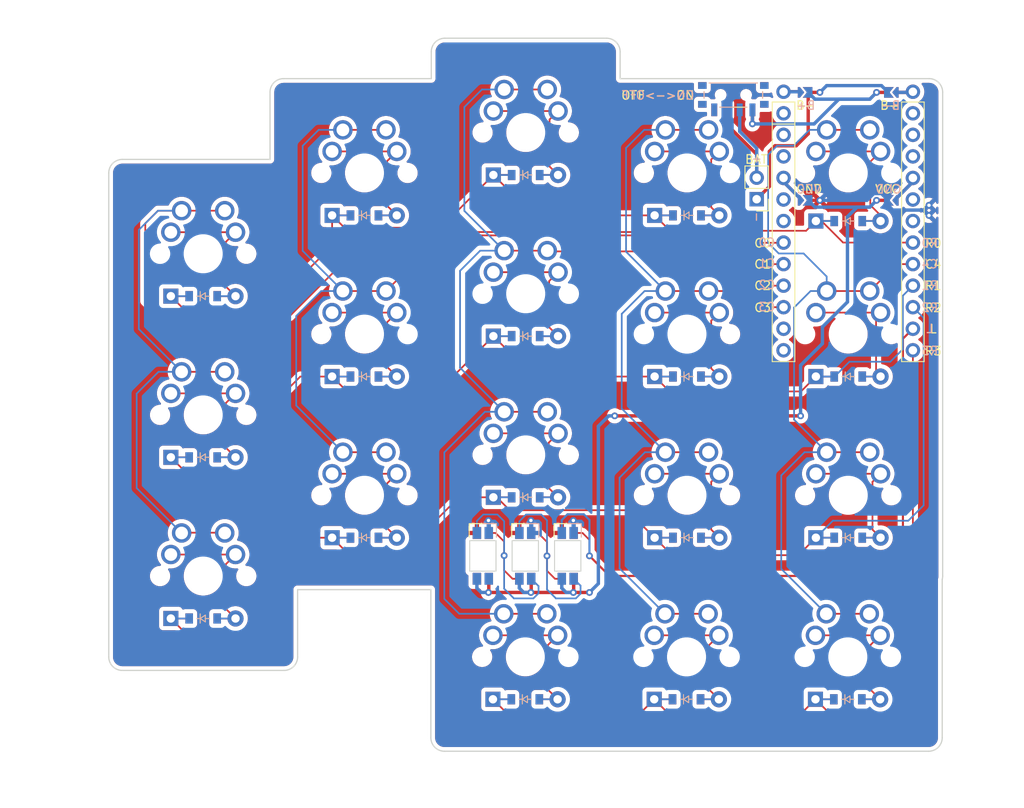
<source format=kicad_pcb>
(kicad_pcb (version 20241229) (generator "pcbnew") (generator_version "9.0")
  (title_block (title "simple_split") (date "2025-08-19") (rev "v1.0.0") (company "Unknown"))
  (layers (0 "F.Cu" signal) (2 "B.Cu" signal) (13 "F.Paste" user) (15 "B.Paste" user) (5 "F.SilkS" user "F.Silkscreen") (7 "B.SilkS" user "B.Silkscreen") (1 "F.Mask" user) (3 "B.Mask" user) (25 "Edge.Cuts" user))
  (net 0 "")
  (net 1 "GND")
  (net 2 "VCC")
  (net 3 "C4")
  (net 4 "C3")
  (net 5 "C2")
  (net 6 "C1")
  (net 7 "C0")
  (net 8 "R0")
  (net 9 "R1")
  (net 10 "R3")
  (net 11 "R2")
  (net 12 "pinky_bottom")
  (net 13 "pinky_home")
  (net 14 "pinky_top")
  (net 15 "ring_bottom")
  (net 16 "ring_home")
  (net 17 "ring_top")
  (net 18 "middle_bottom")
  (net 19 "middle_home")
  (net 20 "middle_top")
  (net 21 "index_bottom")
  (net 22 "index_home")
  (net 23 "index_top")
  (net 24 "inner_bottom")
  (net 25 "inner_home")
  (net 26 "inner_top")
  (net 27 "thumb_1_home")
  (net 28 "thumb_2_home")
  (net 29 "thumb_3_home")
  (net 30 "B+")
  (net 31 "B-")
  (net 32 "POW-")
  (net 33 "POW+")
  (net 34 "G_SEL")
  (net 35 "V_SEL")
  (net 36 "PWR+")
  (net 37 "LED_1_OUT")
  (net 38 "LED_0_OUT")
  (net 39 "LED_0_IN")
  (footprint "ComboDiode" (layer "F.Cu") (at 87.34 52.38)
    (property "Reference" "D9" (hide yes))
    (property "Value" "" (hide yes))
  )
  (footprint "" (layer "F.Cu") (at 114.05 46.35 180)
    (property "Reference" "")
    (property "Value" "")
  )
  (footprint "" (layer "F.Cu") (at 119.725611 80.779)
    (property "Reference" "")
    (property "Value" "")
  )
  (footprint "ComboDiode" (layer "F.Cu") (at 68.34 57.1425)
    (property "Reference" "D6" (hide yes))
    (property "Value" "" (hide yes))
  )
  (footprint "ceoloide:power_switch_smd_side" (layer "F.Cu") (at 111.804 42.961 90)
    (property "Reference" "PWR1" (hide yes))
    (property "Value" "")
  )
  (footprint "" (layer "F.Cu") (at 94.85 97.28625)
    (property "Reference" "")
    (property "Value" "")
  )
  (footprint "ComboDiode" (layer "F.Cu") (at 106.29 114.1925)
    (property "Reference" "D17" (hide yes))
    (property "Value" "" (hide yes))
  )
  (footprint "ComboDiode" (layer "F.Cu") (at 125.34 95.1425)
    (property "Reference" "D13" (hide yes))
    (property "Value" "" (hide yes))
  )
  (footprint "ComboDiode" (layer "F.Cu") (at 125.29 114.1925)
    (property "Reference" "D18" (hide yes))
    (property "Value" "" (hide yes))
  )
  (footprint "ComboDiode" (layer "F.Cu") (at 106.34 57.1425)
    (property "Reference" "D12" (hide yes))
    (property "Value" "" (hide yes))
  )
  (footprint "" (layer "F.Cu") (at 128.68 42.6425 180)
    (property "Reference" "")
    (property "Value" "")
  )
  (footprint "" (layer "F.Cu") (at 130.055 42.6425 180)
    (property "Reference" "")
    (property "Value" "")
  )
  (footprint "ComboDiode" (layer "F.Cu") (at 49.34 85.6675)
    (property "Reference" "D2" (hide yes))
    (property "Value" "" (hide yes))
  )
  (footprint "ceoloide:mcu_supermini_nrf52840" (layer "F.Cu") (at 125.34 57.8075)
    (property "Reference" "MCU1" (hide yes))
    (property "Value" "")
  )
  (footprint "" (layer "F.Cu") (at 134.85 57.15 180)
    (property "Reference" "")
    (property "Value" "")
  )
  (footprint "" (layer "F.Cu") (at 130.78 55.3675 180)
    (property "Reference" "")
    (property "Value" "")
  )
  (footprint "" (layer "F.Cu") (at 122 55.3675)
    (property "Reference" "")
    (property "Value" "")
  )
  (footprint "ComboDiode" (layer "F.Cu") (at 87.29 114.1925)
    (property "Reference" "D16" (hide yes))
    (property "Value" "" (hide yes))
  )
  (footprint "ComboDiode" (layer "F.Cu") (at 87.34 90.38)
    (property "Reference" "D7" (hide yes))
    (property "Value" "" (hide yes))
  )
  (footprint "" (layer "F.Cu") (at 132.96 42.4175)
    (property "Reference" "")
    (property "Value" "")
  )
  (footprint "" (layer "F.Cu") (at 120.625 55.3675)
    (property "Reference" "")
    (property "Value" "")
  )
  (footprint "" (layer "F.Cu") (at 130.78 42.6425 180)
    (property "Reference" "")
    (property "Value" "")
  )
  (footprint "ComboDiode" (layer "F.Cu") (at 68.34 95.1425)
    (property "Reference" "D4" (hide yes))
    (property "Value" "" (hide yes))
  )
  (footprint "ComboDiode" (layer "F.Cu") (at 125.34 76.1425)
    (property "Reference" "D14" (hide yes))
    (property "Value" "" (hide yes))
  )
  (footprint "" (layer "F.Cu") (at 97.825611 80.779)
    (property "Reference" "")
    (property "Value" "")
  )
  (footprint "" (layer "F.Cu") (at 122 42.6425)
    (property "Reference" "")
    (property "Value" "")
  )
  (footprint "" (layer "F.Cu") (at 89.85 97.28625)
    (property "Reference" "")
    (property "Value" "")
  )
  (footprint "" (layer "F.Cu") (at 84.8 97.25)
    (property "Reference" "")
    (property "Value" "")
  )
  (footprint "" (layer "F.Cu") (at 128.68 55.3675 180)
    (property "Reference" "")
    (property "Value" "")
  )
  (footprint "ceoloide:switch_mx" (layer "F.Cu") (at 125.34 52.1425 180)
    (property "Reference" "S15" (hide yes))
    (property "Value" "")
  )
  (footprint "" (layer "F.Cu") (at 120.625 42.6425)
    (property "Reference" "")
    (property "Value" "")
  )
  (footprint "ComboDiode" (layer "F.Cu") (at 49.34 66.6675)
    (property "Reference" "D3" (hide yes))
    (property "Value" "" (hide yes))
  )
  (footprint "ComboDiode" (layer "F.Cu") (at 125.34 57.8075)
    (property "Reference" "D15" (hide yes))
    (property "Value" "" (hide yes))
  )
  (footprint "" (layer "F.Cu") (at 94.85 101.6)
    (property "Reference" "")
    (property "Value" "")
  )
  (footprint "Connector_PinHeader_2.54mm:PinHeader_1x02_P2.54mm_Vertical" (layer "F.Cu") (at 114.554 55.236 180)
    (property "Reference" "BAT")
    (property "Value" "PinHeader_1x02_P2.54mm_Vertical" (hide yes))
  )
  (footprint "ComboDiode" (layer "F.Cu") (at 106.34 95.1425)
    (property "Reference" "D10" (hide yes))
    (property "Value" "" (hide yes))
  )
  (footprint "ComboDiode" (layer "F.Cu") (at 106.34 76.1425)
    (property "Reference" "D11" (hide yes))
    (property "Value" "" (hide yes))
  )
  (footprint "" (layer "F.Cu") (at 134.854 55.95 180)
    (property "Reference" "")
    (property "Value" "")
  )
  (footprint "" (layer "F.Cu") (at 130.055 55.3675 180)
    (property "Reference" "")
    (property "Value" "")
  )
  (footprint "" (layer "F.Cu") (at 117.72 42.5675)
    (property "Reference" "")
    (property "Value" "")
  )
  (footprint "ComboDiode" (layer "F.Cu") (at 49.34 104.6675)
    (property "Reference" "D1" (hide yes))
    (property "Value" "" (hide yes))
  )
  (footprint "ComboDiode" (layer "F.Cu") (at 87.34 71.38)
    (property "Reference" "D8" (hide yes))
    (property "Value" "" (hide yes))
  )
  (footprint "" (layer "F.Cu") (at 119.9 55.3675)
    (property "Reference" "")
    (property "Value" "")
  )
  (footprint "" (layer "F.Cu") (at 119.9 42.6425)
    (property "Reference" "")
    (property "Value" "")
  )
  (footprint "ComboDiode" (layer "F.Cu") (at 68.34 76.1425)
    (property "Reference" "D5" (hide yes))
    (property "Value" "" (hide yes))
  )
  (footprint "ceoloide:switch_mx" (layer "B.Cu") (at 68.34 90.1425)
    (property "Reference" "S4" (hide yes))
    (property "Value" "")
  )
  (footprint "" (layer "B.Cu") (at 130.78 55.3675)
    (property "Reference" "")
    (property "Value" "")
  )
  (footprint "" (layer "B.Cu") (at 130.055 55.3675)
    (property "Reference" "")
    (property "Value" "")
  )
  (footprint "ceoloide:switch_mx" (layer "B.Cu") (at 106.29 109.1925)
    (property "Reference" "S17" (hide yes))
    (property "Value" "")
  )
  (footprint "ceoloide:led_SK6812mini-e (per-key, reversible)" (layer "B.Cu") (at 82.29 97.28625 -90)
    (property "Reference" "LED1" (hide yes))
    (property "Value" "")
    (fp_rect (start -1.8 -1.55) (end 1.8 1.55) (stroke (width 0.12)) (fill no) (layer "Edge.Cuts"))
  )
  (footprint "ceoloide:switch_mx" (layer "B.Cu") (at 87.34 47.38)
    (property "Reference" "S9" (hide yes))
    (property "Value" "")
  )
  (footprint "ceoloide:switch_mx" (layer "B.Cu") (at 49.34 80.6675)
    (property "Reference" "S2" (hide yes))
    (property "Value" "")
  )
  (footprint "ceoloide:switch_mx" (layer "B.Cu") (at 49.34 61.6675)
    (property "Reference" "S3" (hide yes))
    (property "Value" "")
  )
  (footprint "ceoloide:switch_mx" (layer "B.Cu") (at 106.34 90.1425)
    (property "Reference" "S10" (hide yes))
    (property "Value" "")
  )
  (footprint "" (layer "B.Cu") (at 120.625 42.6425 180)
    (property "Reference" "")
    (property "Value" "")
  )
  (footprint "ceoloide:switch_mx" (layer "B.Cu") (at 106.34 71.1425)
    (property "Reference" "S11" (hide yes))
    (property "Value" "")
  )
  (footprint "ceoloide:switch_mx" (layer "B.Cu") (at 125.29 109.1925)
    (property "Reference" "S18" (hide yes))
    (property "Value" "")
  )
  (footprint "ceoloide:led_SK6812mini-e (per-key, reversible)" (layer "B.Cu") (at 87.29 97.28625 -90)
    (property "Reference" "LED1" (hide yes))
    (property "Value" "")
    (fp_rect (start -1.8 -1.55) (end 1.8 1.55) (stroke (width 0.12)) (fill no) (layer "Edge.Cuts"))
  )
  (footprint "ceoloide:switch_mx" (layer "B.Cu") (at 87.34 66.38)
    (property "Reference" "S8" (hide yes))
    (property "Value" "")
  )
  (footprint "ceoloide:switch_mx" (layer "B.Cu") (at 68.34 52.1425)
    (property "Reference" "S6" (hide yes))
    (property "Value" "")
  )
  (footprint "" (layer "B.Cu") (at 120.625 55.3675 180)
    (property "Reference" "")
    (property "Value" "")
  )
  (footprint "ceoloide:led_SK6812mini-e (per-key, reversible)" (layer "B.Cu") (at 92.29 97.28625 -90)
    (property "Reference" "LED1" (hide yes))
    (property "Value" "")
    (fp_rect (start -1.8 -1.55) (end 1.8 1.55) (stroke (width 0.12)) (fill no) (layer "Edge.Cuts"))
  )
  (footprint "ceoloide:switch_mx" (layer "B.Cu") (at 49.34 99.6675)
    (property "Reference" "S1" (hide yes))
    (property "Value" "")
  )
  (footprint "" (layer "B.Cu") (at 119.9 55.3675 180)
    (property "Reference" "")
    (property "Value" "")
  )
  (footprint "ceoloide:switch_mx" (layer "B.Cu") (at 106.34 52.1425)
    (property "Reference" "S12" (hide yes))
    (property "Value" "")
  )
  (footprint "ceoloide:switch_mx" (layer "B.Cu") (at 87.34 85.38)
    (property "Reference" "S7" (hide yes))
    (property "Value" "")
  )
  (footprint "ceoloide:switch_mx" (layer "B.Cu") (at 87.29 109.1925)
    (property "Reference" "S16" (hide yes))
    (property "Value" "")
  )
  (footprint "" (layer "B.Cu") (at 130.78 42.6425)
    (property "Reference" "")
    (property "Value" "")
  )
  (footprint "" (layer "B.Cu") (at 130.055 42.6425)
    (property "Reference" "")
    (property "Value" "")
  )
  (footprint "ceoloide:switch_mx" (layer "B.Cu") (at 125.34 71.1425)
    (property "Reference" "S14" (hide yes))
    (property "Value" "")
  )
  (footprint "ceoloide:switch_mx" (layer "B.Cu") (at 68.34 71.1425)
    (property "Reference" "S5" (hide yes))
    (property "Value" "")
  )
  (footprint "" (layer "B.Cu") (at 119.9 42.6425 180)
    (property "Reference" "")
    (property "Value" "")
  )
  (footprint "ceoloide:switch_mx" (layer "B.Cu") (at 125.34 90.1425)
    (property "Reference" "S13" (hide yes))
    (property "Value" "")
  )
  (gr_line (start 77.765 120.3175) (end 134.815 120.3175) (stroke (width 0.15)) (layer "Edge.Cuts"))
  (gr_arc (start 38.215 52.1425) (mid 38.683629 51.011129) (end 39.815 50.5425) (stroke (width 0.15)) (layer "Edge.Cuts"))
  (gr_line (start 98.465 41.0175) (end 98.465 37.855) (stroke (width 0.15)) (layer "Edge.Cuts"))
  (gr_line (start 136.465 99.6675) (end 136.465 42.6175) (stroke (width 0.15)) (layer "Edge.Cuts"))
  (gr_arc (start 57.215 42.6175) (mid 57.683629 41.486129) (end 58.815 41.0175) (stroke (width 0.15)) (layer "Edge.Cuts"))
  (gr_line (start 98.465 41.0175) (end 134.865 41.0175) (stroke (width 0.15)) (layer "Edge.Cuts"))
  (gr_arc (start 136.415 118.7175) (mid 135.946371 119.848871) (end 134.815 120.3175) (stroke (width 0.15)) (layer "Edge.Cuts"))
  (gr_line (start 76.215 41.0175) (end 58.815 41.0175) (stroke (width 0.15)) (layer "Edge.Cuts"))
  (gr_arc (start 60.465 109.1925) (mid 59.996371 110.323871) (end 58.865 110.7925) (stroke (width 0.15)) (layer "Edge.Cuts"))
  (gr_line (start 39.815 110.7925) (end 58.865 110.7925) (stroke (width 0.15)) (layer "Edge.Cuts"))
  (gr_arc (start 76.215 37.855) (mid 76.683629 36.723629) (end 77.815 36.255) (stroke (width 0.15)) (layer "Edge.Cuts"))
  (gr_arc (start 39.815 110.7925) (mid 38.683629 110.323871) (end 38.215 109.1925) (stroke (width 0.15)) (layer "Edge.Cuts"))
  (gr_arc (start 136.465 99.6675) (mid 136.452451 99.8675) (end 136.415 100.064363) (stroke (width 0.15)) (layer "Edge.Cuts"))
  (gr_line (start 76.215 37.855) (end 76.215 41.0175) (stroke (width 0.15)) (layer "Edge.Cuts"))
  (gr_line (start 76.165 101.2675) (end 76.165 118.7175) (stroke (width 0.15)) (layer "Edge.Cuts"))
  (gr_line (start 60.465 109.1925) (end 60.465 101.2675) (stroke (width 0.15)) (layer "Edge.Cuts"))
  (gr_line (start 136.415 118.7175) (end 136.415 100.064363) (stroke (width 0.15)) (layer "Edge.Cuts"))
  (gr_arc (start 77.765 120.3175) (mid 76.633629 119.848871) (end 76.165 118.7175) (stroke (width 0.15)) (layer "Edge.Cuts"))
  (gr_arc (start 134.865 41.0175) (mid 135.996371 41.486129) (end 136.465 42.6175) (stroke (width 0.15)) (layer "Edge.Cuts"))
  (gr_line (start 60.465 101.2675) (end 76.165 101.2675) (stroke (width 0.15)) (layer "Edge.Cuts"))
  (gr_line (start 38.215 109.1925) (end 38.215 52.1425) (stroke (width 0.15)) (layer "Edge.Cuts"))
  (gr_line (start 96.865 36.255) (end 77.815 36.255) (stroke (width 0.15)) (layer "Edge.Cuts"))
  (gr_line (start 57.215 42.6175) (end 57.215 50.5425) (stroke (width 0.15)) (layer "Edge.Cuts"))
  (gr_arc (start 96.865 36.255) (mid 97.996371 36.723629) (end 98.465 37.855) (stroke (width 0.15)) (layer "Edge.Cuts"))
  (gr_line (start 57.215 50.5425) (end 39.815 50.5425) (stroke (width 0.15)) (layer "Edge.Cuts"))
  (gr_text "VCC" (at 129.95 54.05 -0) (layer "F.SilkS") (effects (font (size 1 1))))
  (gr_text "B+" (at 130.225611 44.179 0) (layer "F.SilkS") (effects (font (size 1 1))))
  (gr_text "C1" (at 115.254 62.905 0) (layer "F.SilkS") (effects (font (size 1 1))))
  (gr_text "B-" (at 120.325611 44.179 0) (layer "F.SilkS") (effects (font (size 1 1))))
  (gr_text "GND" (at 120.75 54.05 -0) (layer "F.SilkS") (effects (font (size 1 1))))
  (gr_text "R1" (at 134.954 65.4085 0) (layer "B.SilkS") (effects (font (size 1 1)) (justify mirror)))
  (gr_text "-" (at 114.454 57.336 90) (layer "B.SilkS") (effects (font (size 1 1)) (justify mirror)))
  (gr_text "C4" (at 134.954 62.886 0) (layer "B.SilkS") (effects (font (size 1 1)) (justify mirror)))
  (gr_text "C2" (at 115.754 65.336 0) (layer "B.SilkS") (effects (font (size 1 1)) (justify mirror)))
  (gr_text "R2" (at 134.954 68.0085 0) (layer "B.SilkS") (effects (font (size 1 1)) (justify mirror)))
  (gr_text "R3" (at 134.954 73.1085 0) (layer "B.SilkS") (effects (font (size 1 1)) (justify mirror)))
  (gr_text "GND" (at 130.1 54.05 -0) (layer "B.SilkS") (effects (font (size 1 1)) (justify mirror)))
  (gr_text "+" (at 114.554 50.436 -0) (layer "B.SilkS") (effects (font (size 1 1) (thickness 0.125)) (justify mirror)))
  (gr_text "C1" (at 115.754 62.8135 0) (layer "B.SilkS") (effects (font (size 1 1)) (justify mirror)))
  (gr_text "VCC" (at 120.7 54.05 -0) (layer "B.SilkS") (effects (font (size 1 1)) (justify mirror)))
  (gr_text "B+" (at 120.325611 44.179 0) (layer "B.SilkS") (effects (font (size 1 1)) (justify mirror)))
  (gr_text "C0" (at 115.754 60.336 0) (layer "B.SilkS") (effects (font (size 1 1)) (justify mirror)))
  (gr_text "L" (at 134.954 70.5085 0) (layer "B.SilkS") (effects (font (size 1 1)) (justify mirror)))
  (gr_text "R0" (at 134.954 60.4085 0) (layer "B.SilkS") (effects (font (size 1 1)) (justify mirror)))
  (gr_text "B-" (at 130.325611 44.179 0) (layer "B.SilkS") (effects (font (size 1 1)) (justify mirror)))
  (gr_text "C3" (at 115.754 67.936 0) (layer "B.SilkS") (effects (font (size 1 1)) (justify mirror)))
  (segment (start 82.1675 93.10875) (end 81.59 93.68625) (width 0.2) (layer "F.Cu") (net 1))
  (segment (start 87.952958 93.10875) (end 87.1675 93.10875) (width 0.2) (layer "F.Cu") (net 1))
  (segment (start 92.1675 93.10875) (end 91.59 93.68625) (width 0.2) (layer "F.Cu") (net 1))
  (segment (start 120.625 55.3675) (end 122 55.3675) (width 0.4) (layer "F.Cu") (net 1))
  (segment (start 81.59 93.68625) (end 81.59 94.58625) (width 0.2) (layer "F.Cu") (net 1))
  (segment (start 87.1675 93.10875) (end 86.59 93.68625) (width 0.2) (layer "F.Cu") (net 1))
  (segment (start 86.59 93.68625) (end 86.59 94.58625) (width 0.2) (layer "F.Cu") (net 1))
  (segment (start 91.59 93.68625) (end 91.59 94.58625) (width 0.2) (layer "F.Cu") (net 1))
  (segment (start 82.952958 93.10875) (end 82.1675 93.10875) (width 0.2) (layer "F.Cu") (net 1))
  (segment (start 92.952958 93.10875) (end 92.1675 93.10875) (width 0.2) (layer "F.Cu") (net 1))
  (via (at 87.952958 93.10875) (size 0.8) (drill 0.4) (layers "F.Cu" "B.Cu") (net 1))
  (via (at 92.952958 93.10875) (size 0.8) (drill 0.4) (layers "F.Cu" "B.Cu") (net 1))
  (via (at 82.952958 93.10875) (size 0.8) (drill 0.4) (layers "F.Cu" "B.Cu") (net 1))
  (segment (start 130.055 55.3675) (end 130.055 55.9975) (width 0.4) (layer "B.Cu") (net 1))
  (segment (start 127.547214 55.3675) (end 128.348214 54.5665) (width 0.4) (layer "B.Cu") (net 1))
  (segment (start 122 55.3675) (end 127.547214 55.3675) (width 0.4) (layer "B.Cu") (net 1))
  (segment (start 129.7125 55.3675) (end 130.055 55.3675) (width 0.25) (layer "B.Cu") (net 1))
  (segment (start 130.576 56.5185) (end 134.2855 56.5185) (width 0.4) (layer "B.Cu") (net 1))
  (segment (start 129.254 54.5665) (end 130.055 55.3675) (width 0.4) (layer "B.Cu") (net 1))
  (segment (start 92.952958 93.10875) (end 92.952958 94.549208) (width 0.4) (layer "B.Cu") (net 1))
  (segment (start 128.348214 54.5665) (end 129.254 54.5665) (width 0.4) (layer "B.Cu") (net 1))
  (segment (start 87.99 93.145792) (end 87.952958 93.10875) (width 0.4) (layer "B.Cu") (net 1))
  (segment (start 130.055 55.9975) (end 130.576 56.5185) (width 0.4) (layer "B.Cu") (net 1))
  (segment (start 134.2855 56.5855) (end 134.2855 56.5185) (width 0.4) (layer "B.Cu") (net 1))
  (segment (start 87.99 94.58625) (end 87.99 93.145792) (width 0.4) (layer "B.Cu") (net 1))
  (segment (start 92.952958 94.549208) (end 92.99 94.58625) (width 0.4) (layer "B.Cu") (net 1))
  (segment (start 134.85 57.15) (end 134.2855 56.5855) (width 0.4) (layer "B.Cu") (net 1))
  (segment (start 134.2855 56.5185) (end 134.854 55.95) (width 0.4) (layer "B.Cu") (net 1))
  (segment (start 87.952958 94.549208) (end 87.99 94.58625) (width 0.2) (layer "B.Cu") (net 1))
  (segment (start 82.952958 94.549208) (end 82.99 94.58625) (width 0.4) (layer "B.Cu") (net 1))
  (segment (start 82.952958 93.10875) (end 82.952958 94.549208) (width 0.4) (layer "B.Cu") (net 1))
  (segment (start 92.95 100.02625) (end 92.99 99.98625) (width 0.2) (layer "F.Cu") (net 2))
  (segment (start 82.95 101.6) (end 87.95 101.6) (width 0.4) (layer "F.Cu") (net 2))
  (segment (start 92.99 99.98625) (end 92.99 101.56) (width 0.4) (layer "F.Cu") (net 2))
  (segment (start 87.99 99.98625) (end 87.99 101.56) (width 0.4) (layer "F.Cu") (net 2))
  (segment (start 82.95 100.02625) (end 82.99 99.98625) (width 0.2) (layer "F.Cu") (net 2))
  (segment (start 82.99 99.98625) (end 82.99 101.56) (width 0.4) (layer "F.Cu") (net 2))
  (segment (start 128.68 55.3675) (end 130.055 55.3675) (width 0.4) (layer "F.Cu") (net 2))
  (segment (start 82.99 101.56) (end 82.95 101.6) (width 0.4) (layer "F.Cu") (net 2))
  (segment (start 92.99 101.56) (end 92.95 101.6) (width 0.4) (layer "F.Cu") (net 2))
  (segment (start 87.95 100.02625) (end 87.99 99.98625) (width 0.2) (layer "F.Cu") (net 2))
  (segment (start 87.95 101.6) (end 92.95 101.6) (width 0.4) (layer "F.Cu") (net 2))
  (segment (start 97.825611 80.779) (end 119.725611 80.779) (width 0.4) (layer "F.Cu") (net 2))
  (segment (start 87.99 101.56) (end 87.95 101.6) (width 0.4) (layer "F.Cu") (net 2))
  (segment (start 92.95 101.6) (end 94.85 101.6) (width 0.4) (layer "F.Cu") (net 2))
  (via (at 87.95 101.6) (size 0.8) (drill 0.4) (layers "F.Cu" "B.Cu") (net 2))
  (via (at 92.95 101.6) (size 0.8) (drill 0.4) (layers "F.Cu" "B.Cu") (net 2))
  (via (at 82.95 101.6) (size 0.8) (drill 0.4) (layers "F.Cu" "B.Cu") (net 2))
  (segment (start 82.10375 101.6) (end 82.95 101.6) (width 0.4) (layer "B.Cu") (net 2))
  (segment (start 91.59 99.98625) (end 91.59 101.08625) (width 0.4) (layer "B.Cu") (net 2))
  (segment (start 122.3 70.3) (end 125.25 67.35) (width 0.4) (layer "B.Cu") (net 2))
  (segment (start 125.25 67.35) (end 125.25 57.3) (width 0.4) (layer "B.Cu") (net 2))
  (segment (start 92.10375 101.6) (end 92.95 101.6) (width 0.4) (layer "B.Cu") (net 2))
  (segment (start 121.426 56.1685) (end 127.879 56.1685) (width 0.4) (layer "B.Cu") (net 2))
  (segment (start 127.879 56.1685) (end 128.68 55.3675) (width 0.4) (layer "B.Cu") (net 2))
  (segment (start 87.10375 101.6) (end 87.95 101.6) (width 0.4) (layer "B.Cu") (net 2))
  (segment (start 95.9 100.55) (end 95.9 82) (width 0.4) (layer "B.Cu") (net 2))
  (segment (start 125.25 57.3) (end 126.3815 56.1685) (width 0.4) (layer "B.Cu") (net 2))
  (segment (start 120.625 55.3675) (end 121.426 56.1685) (width 0.4) (layer "B.Cu") (net 2))
  (segment (start 122.3 72.25) (end 122.3 70.3) (width 0.4) (layer "B.Cu") (net 2))
  (segment (start 94.85 101.6) (end 95.9 100.55) (width 0.4) (layer "B.Cu") (net 2))
  (segment (start 126.3815 56.1685) (end 127.879 56.1685) (width 0.4) (layer "B.Cu") (net 2))
  (segment (start 81.59 101.08625) (end 82.10375 101.6) (width 0.4) (layer "B.Cu") (net 2))
  (segment (start 119.725611 80.779) (end 119.725611 74.824389) (width 0.4) (layer "B.Cu") (net 2))
  (segment (start 119.725611 74.824389) (end 122.3 72.25) (width 0.4) (layer "B.Cu") (net 2))
  (segment (start 97.121 80.779) (end 97.825611 80.779) (width 0.4) (layer "B.Cu") (net 2))
  (segment (start 86.59 99.98625) (end 86.59 101.08625) (width 0.4) (layer "B.Cu") (net 2))
  (segment (start 95.9 82) (end 97.121 80.779) (width 0.4) (layer "B.Cu") (net 2))
  (segment (start 86.59 101.08625) (end 87.10375 101.6) (width 0.4) (layer "B.Cu") (net 2))
  (segment (start 91.59 101.08625) (end 92.10375 101.6) (width 0.4) (layer "B.Cu") (net 2))
  (segment (start 81.59 99.98625) (end 81.59 101.08625) (width 0.4) (layer "B.Cu") (net 2))
  (segment (start 127.88 66.0625) (end 131.055 62.8875) (width 0.2) (layer "F.Cu") (net 3))
  (segment (start 122.75 104.1125) (end 127.83 104.1125) (width 0.2) (layer "F.Cu") (net 3))
  (segment (start 131.055 62.8875) (end 132.96 62.8875) (width 0.2) (layer "F.Cu") (net 3))
  (segment (start 122.8 85.0625) (end 127.88 85.0625) (width 0.2) (layer "F.Cu") (net 3))
  (segment (start 122.8 66.0625) (end 127.88 66.0625) (width 0.2) (layer "F.Cu") (net 3))
  (segment (start 122.8 47.0625) (end 127.88 47.0625) (width 0.2) (layer "F.Cu") (net 3))
  (segment (start 118.959 68.0085) (end 120.905 66.0625) (width 0.2) (layer "B.Cu") (net 3))
  (segment (start 115.904 49.986) (end 116.954 48.936) (width 0.2) (layer "B.Cu") (net 3))
  (segment (start 115.904 60.386) (end 115.904 49.986) (width 0.2) (layer "B.Cu") (net 3))
  (segment (start 116.954 48.936) (end 118.904 48.936) (width 0.2) (layer "B.Cu") (net 3))
  (segment (start 122.8 64.353389) (end 120.082611 61.636) (width 0.2) (layer "B.Cu") (net 3))
  (segment (start 120.193 85.0625) (end 122.8 85.0625) (width 0.2) (layer "B.Cu") (net 3))
  (segment (start 120.082611 61.636) (end 117.154 61.636) (width 0.2) (layer "B.Cu") (net 3))
  (segment (start 120.7775 47.0625) (end 122.8 47.0625) (width 0.2) (layer "B.Cu") (net 3))
  (segment (start 118.904 48.936) (end 120.7775 47.0625) (width 0.2) (layer "B.Cu") (net 3))
  (segment (start 120.905 66.0625) (end 122.8 66.0625) (width 0.2) (layer "B.Cu") (net 3))
  (segment (start 117.154 61.636) (end 115.904 60.386) (width 0.2) (layer "B.Cu") (net 3))
  (segment (start 117.45 87.8055) (end 120.193 85.0625) (width 0.2) (layer "B.Cu") (net 3))
  (segment (start 122.8 85.0625) (end 118.959 81.2215) (width 0.2) (layer "B.Cu") (net 3))
  (segment (start 122.234 46.4965) (end 122.8 47.0625) (width 0.2) (layer "B.Cu") (net 3))
  (segment (start 117.45 98.8125) (end 117.45 87.8055) (width 0.2) (layer "B.Cu") (net 3))
  (segment (start 122.8 66.0625) (end 122.8 64.353389) (width 0.2) (layer "B.Cu") (net 3))
  (segment (start 122.75 104.1125) (end 117.45 98.8125) (width 0.2) (layer "B.Cu") (net 3))
  (segment (start 118.959 81.2215) (end 118.959 68.0085) (width 0.2) (layer "B.Cu") (net 3))
  (segment (start 103.8 66.0625) (end 108.88 66.0625) (width 0.2) (layer "F.Cu") (net 4))
  (segment (start 103.8 85.0625) (end 108.88 85.0625) (width 0.2) (layer "F.Cu") (net 4))
  (segment (start 103.75 104.1125) (end 108.83 104.1125) (width 0.2) (layer "F.Cu") (net 4))
  (segment (start 113.487 66.0625) (end 115.392 67.9675) (width 0.2) (layer "F.Cu") (net 4))
  (segment (start 115.392 67.9675) (end 117.72 67.9675) (width 0.2) (layer "F.Cu") (net 4))
  (segment (start 108.88 66.0625) (end 113.487 66.0625) (width 0.2) (layer "F.Cu") (net 4))
  (segment (start 103.8 47.0625) (end 108.88 47.0625) (width 0.2) (layer "F.Cu") (net 4))
  (segment (start 103.75 104.1125) (end 98.4 98.7625) (width 0.2) (layer "B.Cu") (net 4))
  (segment (start 98.654 68.7555) (end 101.347 66.0625) (width 0.2) (layer "B.Cu") (net 4))
  (segment (start 99.162 61.4245) (end 99.162 49.1975) (width 0.2) (layer "B.Cu") (net 4))
  (segment (start 98.4 88.0595) (end 101.397 85.0625) (width 0.2) (layer "B.Cu") (net 4))
  (segment (start 103.8 66.0625) (end 99.162 61.4245) (width 0.2) (layer "B.Cu") (net 4))
  (segment (start 101.347 66.0625) (end 103.8 66.0625) (width 0.2) (layer "B.Cu") (net 4))
  (segment (start 101.297 47.0625) (end 103.8 47.0625) (width 0.2) (layer "B.Cu") (net 4))
  (segment (start 99.162 49.1975) (end 101.297 47.0625) (width 0.2) (layer "B.Cu") (net 4))
  (segment (start 98.654 79.9165) (end 98.654 68.7555) (width 0.2) (layer "B.Cu") (net 4))
  (segment (start 101.397 85.0625) (end 103.8 85.0625) (width 0.2) (layer "B.Cu") (net 4))
  (segment (start 103.8 85.0625) (end 98.654 79.9165) (width 0.2) (layer "B.Cu") (net 4))
  (segment (start 98.4 98.7625) (end 98.4 88.0595) (width 0.2) (layer "B.Cu") (net 4))
  (segment (start 84.8 61.3) (end 89.88 61.3) (width 0.2) (layer "F.Cu") (net 5))
  (segment (start 111.354 61.3895) (end 89.9695 61.3895) (width 0.2) (layer "F.Cu") (net 5))
  (segment (start 84.75 104.1125) (end 89.83 104.1125) (width 0.2) (layer "F.Cu") (net 5))
  (segment (start 89.9695 61.3895) (end 89.88 61.3) (width 0.2) (layer "F.Cu") (net 5))
  (segment (start 111.354 61.3895) (end 115.392 65.4275) (width 0.2) (layer "F.Cu") (net 5))
  (segment (start 117.72 65.4275) (end 115.392 65.4275) (width 0.2) (layer "F.Cu") (net 5))
  (segment (start 84.8 42.3) (end 89.88 42.3) (width 0.2) (layer "F.Cu") (net 5))
  (segment (start 84.8 80.3) (end 89.88 80.3) (width 0.2) (layer "F.Cu") (net 5))
  (segment (start 84.75 104.1125) (end 79.5125 104.1125) (width 0.2) (layer "B.Cu") (net 5))
  (segment (start 82.535631 80.3) (end 84.8 80.3) (width 0.2) (layer "B.Cu") (net 5))
  (segment (start 80.112 56.612) (end 80.112 44.3715) (width 0.2) (layer "B.Cu") (net 5))
  (segment (start 81.9795 61.3) (end 84.8 61.3) (width 0.2) (layer "B.Cu") (net 5))
  (segment (start 80.112 44.3715) (end 82.1835 42.3) (width 0.2) (layer "B.Cu") (net 5))
  (segment (start 79.604 63.6755) (end 81.9795 61.3) (width 0.2) (layer "B.Cu") (net 5))
  (segment (start 79.5125 104.1125) (end 77.75 102.35) (width 0.2) (layer "B.Cu") (net 5))
  (segment (start 82.1835 42.3) (end 84.8 42.3) (width 0.2) (layer "B.Cu") (net 5))
  (segment (start 84.8 80.3) (end 79.604 75.104) (width 0.2) (layer "B.Cu") (net 5))
  (segment (start 79.604 75.104) (end 79.604 63.6755) (width 0.2) (layer "B.Cu") (net 5))
  (segment (start 77.75 102.35) (end 77.75 85.085631) (width 0.2) (layer "B.Cu") (net 5))
  (segment (start 84.8 61.3) (end 80.112 56.612) (width 0.2) (layer "B.Cu") (net 5))
  (segment (start 77.75 85.085631) (end 82.535631 80.3) (width 0.2) (layer "B.Cu") (net 5))
  (segment (start 65.8 47.0625) (end 70.88 47.0625) (width 0.2) (layer "F.Cu") (net 6))
  (segment (start 77.438 59.5045) (end 70.88 66.0625) (width 0.2) (layer "F.Cu") (net 6))
  (segment (start 117.72 62.8875) (end 115.138 62.8875) (width 0.2) (layer "F.Cu") (net 6))
  (segment (start 65.8 66.0625) (end 70.88 66.0625) (width 0.2) (layer "F.Cu") (net 6))
  (segment (start 104.9449 60.8815) (end 103.5679 59.5045) (width 0.2) (layer "F.Cu") (net 6))
  (segment (start 115.138 62.8875) (end 113.132 60.8815) (width 0.2) (layer "F.Cu") (net 6))
  (segment (start 65.8 85.0625) (end 70.88 85.0625) (width 0.2) (layer "F.Cu") (net 6))
  (segment (start 113.132 60.8815) (end 104.9449 60.8815) (width 0.2) (layer "F.Cu") (net 6))
  (segment (start 103.5679 59.5045) (end 77.438 59.5045) (width 0.2) (layer "F.Cu") (net 6))
  (segment (start 60.3 79.5625) (end 60.3 69.0095) (width 0.2) (layer "B.Cu") (net 6))
  (segment (start 65.8 66.0625) (end 61.062 61.3245) (width 0.2) (layer "B.Cu") (net 6))
  (segment (start 62.943 47.0625) (end 65.8 47.0625) (width 0.2) (layer "B.Cu") (net 6))
  (segment (start 61.062 48.9435) (end 62.943 47.0625) (width 0.2) (layer "B.Cu") (net 6))
  (segment (start 63.247 66.0625) (end 65.8 66.0625) (width 0.2) (layer "B.Cu") (net 6))
  (segment (start 61.062 61.3245) (end 61.062 48.9435) (width 0.2) (layer "B.Cu") (net 6))
  (segment (start 65.8 85.0625) (end 60.3 79.5625) (width 0.2) (layer "B.Cu") (net 6))
  (segment (start 60.3 69.0095) (end 63.247 66.0625) (width 0.2) (layer "B.Cu") (net 6))
  (segment (start 44.02 56.5875) (end 46.8 56.5875) (width 0.2) (layer "F.Cu") (net 7))
  (segment (start 117.72 60.3475) (end 117.694 60.3735) (width 0.2) (layer "F.Cu") (net 7))
  (segment (start 46.8375 94.55) (end 51.8425 94.55) (width 0.2) (layer "F.Cu") (net 7))
  (segment (start 42.52 67.2315) (end 42.52 58.0875) (width 0.2) (layer "F.Cu") (net 7))
  (segment (start 44.298 69.0095) (end 42.52 67.2315) (width 0.2) (layer "F.Cu") (net 7))
  (segment (start 69.444 59.1035) (end 59.538 69.0095) (width 0.2) (layer "F.Cu") (net 7))
  (segment (start 105.004 60.3735) (end 103.734 59.1035) (width 0.2) (layer "F.Cu") (net 7))
  (segment (start 46.8 75.5875) (end 51.88 75.5875) (width 0.2) (layer "F.Cu") (net 7))
  (segment (start 103.734 59.1035) (end 69.444 59.1035) (width 0.2) (layer "F.Cu") (net 7))
  (segment (start 46.8 56.5875) (end 51.88 56.5875) (width 0.2) (layer "F.Cu") (net 7))
  (segment (start 46.8 94.5875) (end 46.8375 94.55) (width 0.2) (layer "F.Cu") (net 7))
  (segment (start 42.52 58.0875) (end 44.02 56.5875) (width 0.2) (layer "F.Cu") (net 7))
  (segment (start 117.694 60.3735) (end 105.004 60.3735) (width 0.2) (layer "F.Cu") (net 7))
  (segment (start 51.8425 94.55) (end 51.88 94.5875) (width 0.2) (layer "F.Cu") (net 7))
  (segment (start 59.538 69.0095) (end 44.298 69.0095) (width 0.2) (layer "F.Cu") (net 7))
  (segment (start 41.504 89.2915) (end 41.504 78.1535) (width 0.2) (layer "B.Cu") (net 7))
  (segment (start 41.758 70.5455) (end 41.758 58.8495) (width 0.2) (layer "B.Cu") (net 7))
  (segment (start 44.02 56.5875) (end 46.8 56.5875) (width 0.2) (layer "B.Cu") (net 7))
  (segment (start 41.758 58.8495) (end 44.02 56.5875) (width 0.2) (layer "B.Cu") (net 7))
  (segment (start 41.504 78.1535) (end 44.07 75.5875) (width 0.2) (layer "B.Cu") (net 7))
  (segment (start 44.07 75.5875) (end 46.8 75.5875) (width 0.2) (layer "B.Cu") (net 7))
  (segment (start 46.8 94.5875) (end 41.504 89.2915) (width 0.2) (layer "B.Cu") (net 7))
  (segment (start 46.8 75.5875) (end 41.758 70.5455) (width 0.2) (layer "B.Cu") (net 7))
  (segment (start 47.11 68.2475) (end 56.997999 68.2475) (width 0.2) (layer "F.Cu") (net 8))
  (segment (start 65.983 58.5955) (end 77.318 58.5955) (width 0.2) (layer "F.Cu") (net 8))
  (segment (start 83.53 52.38) (end 85.69 52.38) (width 0.2) (layer "F.Cu") (net 8))
  (segment (start 56.997999 68.2475) (end 64.53 60.715499) (width 0.2) (layer "F.Cu") (net 8))
  (segment (start 88.2925 57.1425) (end 102.53 57.1425) (width 0.2) (layer "F.Cu") (net 8))
  (segment (start 120.379 58.9585) (end 121.379881 57.957619) (width 0.2) (layer "F.Cu") (net 8))
  (segment (start 45.53 66.6675) (end 47.11 68.2475) (width 0.2) (layer "F.Cu") (net 8))
  (segment (start 121.53 57.8075) (end 122.195 57.8075) (width 0.2) (layer "F.Cu") (net 8))
  (segment (start 83.53 52.3835) (end 83.53 52.38) (width 0.2) (layer "F.Cu") (net 8))
  (segment (start 64.53 57.1425) (end 65.983 58.5955) (width 0.2) (layer "F.Cu") (net 8))
  (segment (start 124.735 60.3475) (end 132.96 60.3475) (width 0.2) (layer "F.Cu") (net 8))
  (segment (start 45.53 66.6675) (end 47.69 66.6675) (width 0.2) (layer "F.Cu") (net 8))
  (segment (start 121.53 57.8075) (end 123.69 57.8075) (width 0.2) (layer "F.Cu") (net 8))
  (segment (start 104.346 58.9585) (end 120.379 58.9585) (width 0.2) (layer "F.Cu") (net 8))
  (segment (start 102.53 57.1425) (end 104.69 57.1425) (width 0.2) (layer "F.Cu") (net 8))
  (segment (start 64.53 60.715499) (end 64.53 57.1425) (width 0.2) (layer "F.Cu") (net 8))
  (segment (start 83.53 52.38) (end 88.2925 57.1425) (width 0.2) (layer "F.Cu") (net 8))
  (segment (start 102.53 57.1425) (end 104.346 58.9585) (width 0.2) (layer "F.Cu") (net 8))
  (segment (start 64.53 57.1425) (end 66.69 57.1425) (width 0.2) (layer "F.Cu") (net 8))
  (segment (start 122.195 57.8075) (end 124.735 60.3475) (width 0.2) (layer "F.Cu") (net 8))
  (segment (start 77.318 58.5955) (end 83.53 52.3835) (width 0.2) (layer "F.Cu") (net 8))
  (segment (start 64.53 57.1425) (end 66.69 57.1425) (width 0.2) (layer "B.Cu") (net 8))
  (segment (start 45.53 66.6675) (end 47.69 66.6675) (width 0.2) (layer "B.Cu") (net 8))
  (segment (start 121.53 57.8075) (end 123.69 57.8075) (width 0.2) (layer "B.Cu") (net 8))
  (segment (start 83.53 52.38) (end 85.69 52.38) (width 0.2) (layer "B.Cu") (net 8))
  (segment (start 102.53 57.1425) (end 104.69 57.1425) (width 0.2) (layer "B.Cu") (net 8))
  (segment (start 58.268 78.6615) (end 60.787 76.1425) (width 0.2) (layer "F.Cu") (net 9))
  (segment (start 104.287 77.8995) (end 119.773 77.8995) (width 0.2) (layer "F.Cu") (net 9))
  (segment (start 66.287 77.8995) (end 77.0105 77.8995) (width 0.2) (layer "F.Cu") (net 9))
  (segment (start 88.2925 76.1425) (end 102.53 76.1425) (width 0.2) (layer "F.Cu") (net 9))
  (segment (start 64.53 76.1425) (end 66.69 76.1425) (width 0.2) (layer "F.Cu") (net 9))
  (segment (start 102.53 76.1425) (end 104.69 76.1425) (width 0.2) (layer "F.Cu") (net 9))
  (segment (start 55.982 87.2975) (end 58.268 85.0115) (width 0.2) (layer "F.Cu") (net 9))
  (segment (start 45.53 85.6675) (end 47.69 85.6675) (width 0.2) (layer "F.Cu") (net 9))
  (segment (start 60.787 76.1425) (end 64.53 76.1425) (width 0.2) (layer "F.Cu") (net 9))
  (segment (start 45.53 85.6675) (end 47.16 87.2975) (width 0.2) (layer "F.Cu") (net 9))
  (segment (start 83.53 71.38) (end 85.69 71.38) (width 0.2) (layer "F.Cu") (net 9))
  (segment (start 58.268 85.0115) (end 58.268 78.6615) (width 0.2) (layer "F.Cu") (net 9))
  (segment (start 77.0105 77.8995) (end 83.53 71.38) (width 0.2) (layer "F.Cu") (net 9))
  (segment (start 119.773 77.8995) (end 121.53 76.1425) (width 0.2) (layer "F.Cu") (net 9))
  (segment (start 102.53 76.1425) (end 104.287 77.8995) (width 0.2) (layer "F.Cu") (net 9))
  (segment (start 121.53 76.1425) (end 123.69 76.1425) (width 0.2) (layer "F.Cu") (net 9))
  (segment (start 83.53 71.38) (end 88.2925 76.1425) (width 0.2) (layer "F.Cu") (net 9))
  (segment (start 47.16 87.2975) (end 55.982 87.2975) (width 0.2) (layer "F.Cu") (net 9))
  (segment (start 64.53 76.1425) (end 66.287 77.8995) (width 0.2) (layer "F.Cu") (net 9))
  (segment (start 45.53 85.6675) (end 47.69 85.6675) (width 0.2) (layer "B.Cu") (net 9))
  (segment (start 130.3024 74.3943) (end 131.7756 72.9211) (width 0.2) (layer "B.Cu") (net 9))
  (segment (start 64.53 76.1425) (end 66.69 76.1425) (width 0.2) (layer "B.Cu") (net 9))
  (segment (start 123.735527 76.1425) (end 125.483727 74.3943) (width 0.2) (layer "B.Cu") (net 9))
  (segment (start 125.483727 74.3943) (end 130.3024 74.3943) (width 0.2) (layer "B.Cu") (net 9))
  (segment (start 102.53 76.1425) (end 104.69 76.1425) (width 0.2) (layer "B.Cu") (net 9))
  (segment (start 131.7756 66.6119) (end 132.96 65.4275) (width 0.2) (layer "B.Cu") (net 9))
  (segment (start 121.53 76.1425) (end 123.69 76.1425) (width 0.2) (layer "B.Cu") (net 9))
  (segment (start 121.53 76.1425) (end 123.735527 76.1425) (width 0.2) (layer "B.Cu") (net 9))
  (segment (start 83.53 71.38) (end 85.69 71.38) (width 0.2) (layer "B.Cu") (net 9))
  (segment (start 131.7756 72.9211) (end 131.7756 66.6119) (width 0.2) (layer "B.Cu") (net 9))
  (segment (start 132.96 113.70839) (end 132.96 73.0475) (width 0.2) (layer "F.Cu") (net 10))
  (segment (start 102.48 114.1925) (end 104.64 114.1925) (width 0.2) (layer "F.Cu") (net 10))
  (segment (start 130.92289 115.7455) (end 132.96 113.70839) (width 0.2) (layer "F.Cu") (net 10))
  (segment (start 121.48 114.1925) (end 123.64 114.1925) (width 0.2) (layer "F.Cu") (net 10))
  (segment (start 100.927 115.7455) (end 102.48 114.1925) (width 0.2) (layer "F.Cu") (net 10))
  (segment (start 102.48 114.1925) (end 104.033 115.7455) (width 0.2) (layer "F.Cu") (net 10))
  (segment (start 121.48 114.1925) (end 123.033 115.7455) (width 0.2) (layer "F.Cu") (net 10))
  (segment (start 83.48 114.1925) (end 85.64 114.1925) (width 0.2) (layer "F.Cu") (net 10))
  (segment (start 123.033 115.7455) (end 130.92289 115.7455) (width 0.2) (layer "F.Cu") (net 10))
  (segment (start 85.033 115.7455) (end 100.927 115.7455) (width 0.2) (layer "F.Cu") (net 10))
  (segment (start 83.48 114.1925) (end 85.033 115.7455) (width 0.2) (layer "F.Cu") (net 10))
  (segment (start 119.927 115.7455) (end 121.48 114.1925) (width 0.2) (layer "F.Cu") (net 10))
  (segment (start 104.033 115.7455) (end 119.927 115.7455) (width 0.2) (layer "F.Cu") (net 10))
  (segment (start 83.48 114.1925) (end 85.64 114.1925) (width 0.2) (layer "B.Cu") (net 10))
  (segment (start 121.48 114.1925) (end 123.64 114.1925) (width 0.2) (layer "B.Cu") (net 10))
  (segment (start 102.48 114.1925) (end 104.64 114.1925) (width 0.2) (layer "B.Cu") (net 10))
  (segment (start 102.53 95.1425) (end 104.591 97.2035) (width 0.2) (layer "F.Cu") (net 11))
  (segment (start 83.53 90.38) (end 83.931625 90.38) (width 0.2) (layer "F.Cu") (net 11))
  (segment (start 79.47 90.38) (end 83.53 90.38) (width 0.2) (layer "F.Cu") (net 11))
  (segment (start 45.53 104.6675) (end 47.69 104.6675) (width 0.2) (layer "F.Cu") (net 11))
  (segment (start 66.337 96.9495) (end 72.9005 96.9495) (width 0.2) (layer "F.Cu") (net 11))
  (segment (start 83.931625 90.38) (end 85.451625 91.9) (width 0.2) (layer "F.Cu") (net 11))
  (segment (start 47.21 106.3475) (end 55.982 106.3475) (width 0.2) (layer "F.Cu") (net 11))
  (segment (start 64.53 95.1425) (end 66.337 96.9495) (width 0.2) (layer "F.Cu") (net 11))
  (segment (start 58.268 97.4575) (end 60.583 95.1425) (width 0.2) (layer "F.Cu") (net 11))
  (segment (start 104.591 97.2035) (end 119.469 97.2035) (width 0.2) (layer "F.Cu") (net 11))
  (segment (start 85.451625 91.9) (end 99.2875 91.9) (width 0.2) (layer "F.Cu") (net 11))
  (segment (start 119.469 97.2035) (end 121.53 95.1425) (width 0.2) (layer "F.Cu") (net 11))
  (segment (start 58.268 104.0615) (end 58.268 97.4575) (width 0.2) (layer "F.Cu") (net 11))
  (segment (start 121.53 95.1425) (end 123.69 95.1425) (width 0.2) (layer "F.Cu") (net 11))
  (segment (start 102.53 95.1425) (end 104.69 95.1425) (width 0.2) (layer "F.Cu") (net 11))
  (segment (start 64.53 95.1425) (end 66.69 95.1425) (width 0.2) (layer "F.Cu") (net 11))
  (segment (start 45.53 104.6675) (end 47.21 106.3475) (width 0.2) (layer "F.Cu") (net 11))
  (segment (start 83.53 90.38) (end 85.69 90.38) (width 0.2) (layer "F.Cu") (net 11))
  (segment (start 72.9005 96.9495) (end 79.47 90.38) (width 0.2) (layer "F.Cu") (net 11))
  (segment (start 99.2875 91.9) (end 102.53 95.1425) (width 0.2) (layer "F.Cu") (net 11))
  (segment (start 60.583 95.1425) (end 64.53 95.1425) (width 0.2) (layer "F.Cu") (net 11))
  (segment (start 55.982 106.3475) (end 58.268 104.0615) (width 0.2) (layer "F.Cu") (net 11))
  (segment (start 121.53 95.1425) (end 123.69 95.1425) (width 0.2) (layer "B.Cu") (net 11))
  (segment (start 123.533 93.1395) (end 132.411 93.1395) (width 0.2) (layer "B.Cu") (net 11))
  (segment (start 134.225611 91.324889) (end 134.225611 69.233111) (width 0.2) (layer "B.Cu") (net 11))
  (segment (start 45.53 104.6675) (end 47.69 104.6675) (width 0.2) (layer "B.Cu") (net 11))
  (segment (start 132.411 93.1395) (end 134.225611 91.324889) (width 0.2) (layer "B.Cu") (net 11))
  (segment (start 64.53 95.1425) (end 66.69 95.1425) (width 0.2) (layer "B.Cu") (net 11))
  (segment (start 134.225611 69.233111) (end 132.96 67.9675) (width 0.2) (layer "B.Cu") (net 11))
  (segment (start 102.53 95.1425) (end 104.69 95.1425) (width 0.2) (layer "B.Cu") (net 11))
  (segment (start 121.53 95.1425) (end 123.533 93.1395) (width 0.2) (layer "B.Cu") (net 11))
  (segment (start 83.53 90.38) (end 85.69 90.38) (width 0.2) (layer "B.Cu") (net 11))
  (segment (start 45.53 97.1275) (end 53.15 97.1275) (width 0.2) (layer "F.Cu") (net 12))
  (segment (start 53.15 97.1275) (end 52.007 98.2705) (width 0.2) (layer "F.Cu") (net 12))
  (segment (start 50.99 104.6675) (end 53.15 104.6675) (width 0.2) (layer "F.Cu") (net 12))
  (segment (start 52.007 98.2705) (end 52.007 103.5245) (width 0.2) (layer "F.Cu") (net 12))
  (segment (start 52.007 103.5245) (end 53.15 104.6675) (width 0.2) (layer "F.Cu") (net 12))
  (segment (start 50.99 104.6675) (end 53.15 104.6675) (width 0.2) (layer "B.Cu") (net 12))
  (segment (start 45.53 78.1275) (end 53.15 78.1275) (width 0.2) (layer "F.Cu") (net 13))
  (segment (start 53.15 78.1275) (end 52.007 79.2705) (width 0.2) (layer "F.Cu") (net 13))
  (segment (start 50.99 85.6675) (end 53.15 85.6675) (width 0.2) (layer "F.Cu") (net 13))
  (segment (start 52.007 79.2705) (end 52.007 84.5245) (width 0.2) (layer "F.Cu") (net 13))
  (segment (start 52.007 84.5245) (end 53.15 85.6675) (width 0.2) (layer "F.Cu") (net 13))
  (segment (start 50.99 85.6675) (end 53.15 85.6675) (width 0.2) (layer "B.Cu") (net 13))
  (segment (start 45.53 59.1275) (end 53.15 59.1275) (width 0.2) (layer "F.Cu") (net 14))
  (segment (start 52.007 65.5245) (end 53.15 66.6675) (width 0.2) (layer "F.Cu") (net 14))
  (segment (start 53.15 59.1275) (end 52.007 60.2705) (width 0.2) (layer "F.Cu") (net 14))
  (segment (start 50.99 66.6675) (end 53.15 66.6675) (width 0.2) (layer "F.Cu") (net 14))
  (segment (start 52.007 60.2705) (end 52.007 65.5245) (width 0.2) (layer "F.Cu") (net 14))
  (segment (start 50.99 66.6675) (end 53.15 66.6675) (width 0.2) (layer "B.Cu") (net 14))
  (segment (start 64.53 87.6025) (end 72.15 87.6025) (width 0.2) (layer "F.Cu") (net 15))
  (segment (start 71.007 93.9995) (end 72.15 95.1425) (width 0.2) (layer "F.Cu") (net 15))
  (segment (start 72.15 87.6025) (end 71.007 88.7455) (width 0.2) (layer "F.Cu") (net 15))
  (segment (start 69.99 95.1425) (end 72.15 95.1425) (width 0.2) (layer "F.Cu") (net 15))
  (segment (start 71.007 88.7455) (end 71.007 93.9995) (width 0.2) (layer "F.Cu") (net 15))
  (segment (start 69.99 95.1425) (end 72.15 95.1425) (width 0.2) (layer "B.Cu") (net 15))
  (segment (start 71.007 74.9995) (end 72.15 76.1425) (width 0.2) (layer "F.Cu") (net 16))
  (segment (start 69.99 76.1425) (end 72.15 76.1425) (width 0.2) (layer "F.Cu") (net 16))
  (segment (start 71.007 69.7455) (end 71.007 74.9995) (width 0.2) (layer "F.Cu") (net 16))
  (segment (start 72.15 68.6025) (end 71.007 69.7455) (width 0.2) (layer "F.Cu") (net 16))
  (segment (start 72.15 68.6025) (end 64.53 68.6025) (width 0.2) (layer "F.Cu") (net 16))
  (segment (start 69.99 76.1425) (end 72.15 76.1425) (width 0.2) (layer "B.Cu") (net 16))
  (segment (start 69.99 57.1425) (end 72.15 57.1425) (width 0.2) (layer "F.Cu") (net 17))
  (segment (start 71.007 50.7455) (end 71.007 55.9995) (width 0.2) (layer "F.Cu") (net 17))
  (segment (start 71.007 55.9995) (end 72.15 57.1425) (width 0.2) (layer "F.Cu") (net 17))
  (segment (start 64.53 49.6025) (end 72.15 49.6025) (width 0.2) (layer "F.Cu") (net 17))
  (segment (start 72.15 49.6025) (end 71.007 50.7455) (width 0.2) (layer "F.Cu") (net 17))
  (segment (start 69.99 57.1425) (end 72.15 57.1425) (width 0.2) (layer "B.Cu") (net 17))
  (segment (start 90.0525 83.9375) (end 90.0525 89.2825) (width 0.2) (layer "F.Cu") (net 18))
  (segment (start 90.0525 89.2825) (end 91.15 90.38) (width 0.2) (layer "F.Cu") (net 18))
  (segment (start 88.99 90.38) (end 91.15 90.38) (width 0.2) (layer "F.Cu") (net 18))
  (segment (start 83.53 82.84) (end 91.15 82.84) (width 0.2) (layer "F.Cu") (net 18))
  (segment (start 91.15 82.84) (end 90.0525 83.9375) (width 0.2) (layer "F.Cu") (net 18))
  (segment (start 88.99 90.38) (end 91.15 90.38) (width 0.2) (layer "B.Cu") (net 18))
  (segment (start 91.15 63.84) (end 90.1025 64.8875) (width 0.2) (layer "F.Cu") (net 19))
  (segment (start 90.1025 64.8875) (end 90.1025 70.3325) (width 0.2) (layer "F.Cu") (net 19))
  (segment (start 88.99 71.38) (end 91.15 71.38) (width 0.2) (layer "F.Cu") (net 19))
  (segment (start 90.1025 70.3325) (end 91.15 71.38) (width 0.2) (layer "F.Cu") (net 19))
  (segment (start 83.53 63.84) (end 91.15 63.84) (width 0.2) (layer "F.Cu") (net 19))
  (segment (start 88.99 71.38) (end 91.15 71.38) (width 0.2) (layer "B.Cu") (net 19))
  (segment (start 91.15 44.84) (end 90.1525 45.8375) (width 0.2) (layer "F.Cu") (net 20))
  (segment (start 88.99 52.38) (end 91.15 52.38) (width 0.2) (layer "F.Cu") (net 20))
  (segment (start 83.53 44.84) (end 91.15 44.84) (width 0.2) (layer "F.Cu") (net 20))
  (segment (start 90.1525 51.3825) (end 91.15 52.38) (width 0.2) (layer "F.Cu") (net 20))
  (segment (start 90.1525 45.8375) (end 90.1525 51.3825) (width 0.2) (layer "F.Cu") (net 20))
  (segment (start 88.99 52.38) (end 91.15 52.38) (width 0.2) (layer "B.Cu") (net 20))
  (segment (start 110.15 95.1425) (end 109.1975 94.19) (width 0.2) (layer "F.Cu") (net 21))
  (segment (start 107.99 95.1425) (end 110.15 95.1425) (width 0.2) (layer "F.Cu") (net 21))
  (segment (start 102.53 87.6025) (end 110.15 87.6025) (width 0.2) (layer "F.Cu") (net 21))
  (segment (start 109.1975 94.19) (end 109.1975 88.555) (width 0.2) (layer "F.Cu") (net 21))
  (segment (start 109.1975 88.555) (end 110.15 87.6025) (width 0.2) (layer "F.Cu") (net 21))
  (segment (start 107.99 95.1425) (end 110.15 95.1425) (width 0.2) (layer "B.Cu") (net 21))
  (segment (start 102.53 68.6025) (end 110.15 68.6025) (width 0.2) (layer "F.Cu") (net 22))
  (segment (start 109.1975 75.19) (end 109.1975 69.555) (width 0.2) (layer "F.Cu") (net 22))
  (segment (start 107.99 76.1425) (end 110.15 76.1425) (width 0.2) (layer "F.Cu") (net 22))
  (segment (start 109.1975 69.555) (end 110.15 68.6025) (width 0.2) (layer "F.Cu") (net 22))
  (segment (start 110.15 76.1425) (end 109.1975 75.19) (width 0.2) (layer "F.Cu") (net 22))
  (segment (start 107.99 76.1425) (end 110.15 76.1425) (width 0.2) (layer "B.Cu") (net 22))
  (segment (start 107.99 57.1425) (end 110.15 57.1425) (width 0.2) (layer "F.Cu") (net 23))
  (segment (start 110.15 57.1425) (end 109.1975 56.19) (width 0.2) (layer "F.Cu") (net 23))
  (segment (start 109.1975 50.555) (end 110.15 49.6025) (width 0.2) (layer "F.Cu") (net 23))
  (segment (start 102.53 49.6025) (end 110.15 49.6025) (width 0.2) (layer "F.Cu") (net 23))
  (segment (start 109.1975 56.19) (end 109.1975 50.555) (width 0.2) (layer "F.Cu") (net 23))
  (segment (start 107.99 57.1425) (end 110.15 57.1425) (width 0.2) (layer "B.Cu") (net 23))
  (segment (start 129.15 95.1425) (end 128.1975 94.19) (width 0.2) (layer "F.Cu") (net 24))
  (segment (start 126.99 95.1425) (end 129.15 95.1425) (width 0.2) (layer "F.Cu") (net 24))
  (segment (start 121.53 87.6025) (end 129.15 87.6025) (width 0.2) (layer "F.Cu") (net 24))
  (segment (start 128.1975 88.555) (end 129.15 87.6025) (width 0.2) (layer "F.Cu") (net 24))
  (segment (start 128.1975 94.19) (end 128.1975 88.555) (width 0.2) (layer "F.Cu") (net 24))
  (segment (start 126.99 95.1425) (end 129.15 95.1425) (width 0.2) (layer "B.Cu") (net 24))
  (segment (start 128.620264 69.132236) (end 129.15 68.6025) (width 0.2) (layer "F.Cu") (net 25))
  (segment (start 126.99 76.1425) (end 129.15 76.1425) (width 0.2) (layer "F.Cu") (net 25))
  (segment (start 121.53 68.6025) (end 129.15 68.6025) (width 0.2) (layer "F.Cu") (net 25))
  (segment (start 129.15 76.1425) (end 128.620264 75.612764) (width 0.2) (layer "F.Cu") (net 25))
  (segment (start 128.620264 75.612764) (end 128.620264 69.132236) (width 0.2) (layer "F.Cu") (net 25))
  (segment (start 126.99 76.1425) (end 129.15 76.1425) (width 0.2) (layer "B.Cu") (net 25))
  (segment (start 129.15 57.8075) (end 126.99 57.8075) (width 0.2) (layer "F.Cu") (net 26))
  (segment (start 127.94 55.9325) (end 127.94 50.8125) (width 0.2) (layer "F.Cu") (net 26))
  (segment (start 129.15 57.1425) (end 127.94 55.9325) (width 0.2) (layer "F.Cu") (net 26))
  (segment (start 121.53 49.6025) (end 129.15 49.6025) (width 0.2) (layer "F.Cu") (net 26))
  (segment (start 127.94 50.8125) (end 129.15 49.6025) (width 0.2) (layer "F.Cu") (net 26))
  (segment (start 129.15 57.8075) (end 129.15 57.1425) (width 0.2) (layer "F.Cu") (net 26))
  (segment (start 126.99 57.8075) (end 129.15 57.8075) (width 0.2) (layer "B.Cu") (net 26))
  (segment (start 89.957 113.0495) (end 91.1 114.1925) (width 0.2) (layer "F.Cu") (net 27))
  (segment (start 89.957 107.7955) (end 89.957 113.0495) (width 0.2) (layer "F.Cu") (net 27))
  (segment (start 88.94 114.1925) (end 91.1 114.1925) (width 0.2) (layer "F.Cu") (net 27))
  (segment (start 91.1 106.6525) (end 89.957 107.7955) (width 0.2) (layer "F.Cu") (net 27))
  (segment (start 83.48 106.6525) (end 91.1 106.6525) (width 0.2) (layer "F.Cu") (net 27))
  (segment (start 88.94 114.1925) (end 91.1 114.1925) (width 0.2) (layer "B.Cu") (net 27))
  (segment (start 102.48 106.6525) (end 110.1 106.6525) (width 0.2) (layer "F.Cu") (net 28))
  (segment (start 108.957 107.7955) (end 108.957 113.0495) (width 0.2) (layer "F.Cu") (net 28))
  (segment (start 108.957 113.0495) (end 110.1 114.1925) (width 0.2) (layer "F.Cu") (net 28))
  (segment (start 110.1 106.6525) (end 108.957 107.7955) (width 0.2) (layer "F.Cu") (net 28))
  (segment (start 107.94 114.1925) (end 110.1 114.1925) (width 0.2) (layer "F.Cu") (net 28))
  (segment (start 107.94 114.1925) (end 110.1 114.1925) (width 0.2) (layer "B.Cu") (net 28))
  (segment (start 121.48 106.6525) (end 129.1 106.6525) (width 0.2) (layer "F.Cu") (net 29))
  (segment (start 127.957 107.7955) (end 127.957 113.0495) (width 0.2) (layer "F.Cu") (net 29))
  (segment (start 127.957 113.0495) (end 129.1 114.1925) (width 0.2) (layer "F.Cu") (net 29))
  (segment (start 129.1 106.6525) (end 127.957 107.7955) (width 0.2) (layer "F.Cu") (net 29))
  (segment (start 126.94 114.1925) (end 129.1 114.1925) (width 0.2) (layer "F.Cu") (net 29))
  (segment (start 126.94 114.1925) (end 129.1 114.1925) (width 0.2) (layer "B.Cu") (net 29))
  (segment (start 128.68 42.6425) (end 130.055 42.6425) (width 0.4) (layer "F.Cu") (net 30))
  (segment (start 114.054 46.346) (end 114.05 46.35) (width 0.4) (layer "F.Cu") (net 30))
  (segment (start 114.054 44.696) (end 114.054 46.346) (width 0.4) (layer "F.Cu") (net 30))
  (segment (start 114.1 44.742) (end 114.054 44.696) (width 0.2) (layer "F.Cu") (net 30))
  (segment (start 114.0585 46.3585) (end 121.320454 46.3585) (width 0.4) (layer "B.Cu") (net 30))
  (segment (start 114.05 46.35) (end 114.0585 46.3585) (width 0.4) (layer "B.Cu") (net 30))
  (segment (start 127.879 43.4435) (end 128.68 42.6425) (width 0.4) (layer "B.Cu") (net 30))
  (segment (start 121.320454 46.3585) (end 124.235454 43.4435) (width 0.4) (layer "B.Cu") (net 30))
  (segment (start 114.054 44.696) (end 114.054 46.346) (width 0.4) (layer "B.Cu") (net 30))
  (segment (start 124.235454 43.4435) (end 127.879 43.4435) (width 0.4) (layer "B.Cu") (net 30))
  (segment (start 120.625 42.6425) (end 121.426 43.4435) (width 0.4) (layer "B.Cu") (net 30))
  (segment (start 121.426 43.4435) (end 127.879 43.4435) (width 0.4) (layer "B.Cu") (net 30))
  (segment (start 114.054 46.346) (end 114.05 46.35) (width 0.4) (layer "B.Cu") (net 30))
  (segment (start 120.625 42.6425) (end 120.625 47.525) (width 0.4) (layer "F.Cu") (net 31))
  (segment (start 116.05 53.74) (end 114.554 55.236) (width 0.4) (layer "F.Cu") (net 31))
  (segment (start 120.625 42.6425) (end 122 42.6425) (width 0.4) (layer "F.Cu") (net 31))
  (segment (start 116.7135 48.9365) (end 116.05 49.6) (width 0.4) (layer "F.Cu") (net 31))
  (segment (start 119.2135 48.9365) (end 116.7135 48.9365) (width 0.4) (layer "F.Cu") (net 31))
  (segment (start 116.05 49.6) (end 116.05 53.74) (width 0.4) (layer "F.Cu") (net 31))
  (segment (start 120.625 47.525) (end 119.2135 48.9365) (width 0.4) (layer "F.Cu") (net 31))
  (segment (start 122 42.6425) (end 122.801 41.8415) (width 0.4) (layer "B.Cu") (net 31))
  (segment (start 122.801 41.8415) (end 129.254 41.8415) (width 0.4) (layer "B.Cu") (net 31))
  (segment (start 129.254 41.8415) (end 130.055 42.6425) (width 0.4) (layer "B.Cu") (net 31))
  (segment (start 117.72 42.5675) (end 119.825 42.5675) (width 0.4) (layer "F.Cu") (net 32))
  (segment (start 119.825 42.5675) (end 119.9 42.6425) (width 0.4) (layer "F.Cu") (net 32))
  (segment (start 117.72 42.5675) (end 119.825 42.5675) (width 0.4) (layer "B.Cu") (net 32))
  (segment (start 119.825 42.5675) (end 119.9 42.6425) (width 0.4) (layer "B.Cu") (net 32))
  (segment (start 132.885 42.6425) (end 132.96 42.5675) (width 0.4) (layer "F.Cu") (net 33))
  (segment (start 130.78 42.6425) (end 132.885 42.6425) (width 0.4) (layer "F.Cu") (net 33))
  (segment (start 132.885 42.6425) (end 132.96 42.5675) (width 0.4) (layer "B.Cu") (net 33))
  (segment (start 130.78 42.6425) (end 132.885 42.6425) (width 0.4) (layer "B.Cu") (net 33))
  (segment (start 117.72 52.7275) (end 117.72 53.1875) (width 0.4) (layer "F.Cu") (net 34))
  (segment (start 117.72 53.1875) (end 119.9 55.3675) (width 0.4) (layer "F.Cu") (net 34))
  (segment (start 117.72 52.7275) (end 117.72 53.1875) (width 0.4) (layer "B.Cu") (net 34))
  (segment (start 117.72 53.1875) (end 119.9 55.3675) (width 0.4) (layer "B.Cu") (net 34))
  (segment (start 132.96 52.7275) (end 132.96 53.1875) (width 0.4) (layer "F.Cu") (net 35))
  (segment (start 132.96 53.1875) (end 130.78 55.3675) (width 0.4) (layer "F.Cu") (net 35))
  (segment (start 132.96 53.1875) (end 130.78 55.3675) (width 0.4) (layer "B.Cu") (net 35))
  (segment (start 132.96 52.7275) (end 132.96 53.1875) (width 0.4) (layer "B.Cu") (net 35))
  (segment (start 114.554 49.954) (end 114.554 52.696) (width 0.4) (layer "F.Cu") (net 36))
  (segment (start 111.054 44.696) (end 111.054 46.454) (width 0.4) (layer "F.Cu") (net 36))
  (segment (start 111.054 46.454) (end 114.554 49.954) (width 0.4) (layer "F.Cu") (net 36))
  (segment (start 112.554 47.254) (end 114.554 49.254) (width 0.4) (layer "B.Cu") (net 36))
  (segment (start 114.554 49.254) (end 114.554 52.696) (width 0.4) (layer "B.Cu") (net 36))
  (segment (start 112.554 44.696) (end 112.554 47.254) (width 0.4) (layer "B.Cu") (net 36))
  (segment (start 85.790058 99.98625) (end 84.8 98.996192) (width 0.2) (layer "F.Cu") (net 37))
  (segment (start 84.8 98.996192) (end 84.8 97.25) (width 0.2) (layer "F.Cu") (net 37))
  (segment (start 83.789942 94.58625) (end 82.99 94.58625) (width 0.2) (layer "F.Cu") (net 37))
  (segment (start 84.8 95.596308) (end 83.789942 94.58625) (width 0.2) (layer "F.Cu") (net 37))
  (segment (start 86.59 99.98625) (end 85.790058 99.98625) (width 0.2) (layer "F.Cu") (net 37))
  (segment (start 84.8 95.596308) (end 84.8 97.25) (width 0.2) (layer "F.Cu") (net 37))
  (segment (start 87.99 99.98625) (end 88.85 100.84625) (width 0.2) (layer "B.Cu") (net 37))
  (segment (start 84.8 101.15) (end 84.8 97.25) (width 0.2) (layer "B.Cu") (net 37))
  (segment (start 85.951 102.301) (end 84.8 101.15) (width 0.2) (layer "B.Cu") (net 37))
  (segment (start 82.34225 92.40775) (end 81.59 93.16) (width 0.2) (layer "B.Cu") (net 37))
  (segment (start 84.00775 92.40775) (end 82.34225 92.40775) (width 0.2) (layer "B.Cu") (net 37))
  (segment (start 88.240364 102.301) (end 85.951 102.301) (width 0.2) (layer "B.Cu") (net 37))
  (segment (start 88.85 101.691364) (end 88.240364 102.301) (width 0.2) (layer "B.Cu") (net 37))
  (segment (start 84.8 97.25) (end 84.8 93.2) (width 0.2) (layer "B.Cu") (net 37))
  (segment (start 84.8 93.2) (end 84.00775 92.40775) (width 0.2) (layer "B.Cu") (net 37))
  (segment (start 88.85 100.84625) (end 88.85 101.691364) (width 0.2) (layer "B.Cu") (net 37))
  (segment (start 81.59 93.16) (end 81.59 94.58625) (width 0.2) (layer "B.Cu") (net 37))
  (segment (start 88.789942 94.58625) (end 87.99 94.58625) (width 0.2) (layer "F.Cu") (net 38))
  (segment (start 90.790058 99.98625) (end 91.59 99.98625) (width 0.2) (layer "F.Cu") (net 38))
  (segment (start 89.85 95.646308) (end 88.789942 94.58625) (width 0.2) (layer "F.Cu") (net 38))
  (segment (start 89.85 97.28625) (end 89.85 99.046192) (width 0.2) (layer "F.Cu") (net 38))
  (segment (start 89.85 99.046192) (end 90.790058 99.98625) (width 0.2) (layer "F.Cu") (net 38))
  (segment (start 89.85 97.28625) (end 89.85 95.646308) (width 0.2) (layer "F.Cu") (net 38))
  (segment (start 93.8 100.79625) (end 93.8 101.741364) (width 0.2) (layer "B.Cu") (net 38))
  (segment (start 86.59 93.21) (end 86.59 94.58625) (width 0.2) (layer "B.Cu") (net 38))
  (segment (start 92.99 99.98625) (end 93.8 100.79625) (width 0.2) (layer "B.Cu") (net 38))
  (segment (start 89.15775 92.40775) (end 87.39225 92.40775) (width 0.2) (layer "B.Cu") (net 38))
  (segment (start 87.39225 92.40775) (end 86.59 93.21) (width 0.2) (layer "B.Cu") (net 38))
  (segment (start 89.85 97.28625) (end 89.85 93.1) (width 0.2) (layer "B.Cu") (net 38))
  (segment (start 89.85 93.1) (end 89.15775 92.40775) (width 0.2) (layer "B.Cu") (net 38))
  (segment (start 93.240364 102.301) (end 90.901 102.301) (width 0.2) (layer "B.Cu") (net 38))
  (segment (start 93.8 101.741364) (end 93.240364 102.301) (width 0.2) (layer "B.Cu") (net 38))
  (segment (start 89.85 97.28625) (end 89.85 101.25) (width 0.2) (layer "B.Cu") (net 38))
  (segment (start 90.901 102.301) (end 89.85 101.25) (width 0.2) (layer "B.Cu") (net 38))
  (segment (start 97.21375 99.65) (end 94.85 97.28625) (width 0.25) (layer "F.Cu") (net 39))
  (segment (start 131.784 71.6835) (end 131.784 97.116) (width 0.25) (layer "F.Cu") (net 39))
  (segment (start 129.25 99.65) (end 97.21375 99.65) (width 0.25) (layer "F.Cu") (net 39))
  (segment (start 94.85 95.4) (end 94.03625 94.58625) (width 0.2) (layer "F.Cu") (net 39))
  (segment (start 94.85 97.09) (end 94.85 95.4) (width 0.2) (layer "F.Cu") (net 39))
  (segment (start 94.03625 94.58625) (end 92.99 94.58625) (width 0.2) (layer "F.Cu") (net 39))
  (segment (start 94.74 97.2) (end 94.85 97.09) (width 0.2) (layer "F.Cu") (net 39))
  (segment (start 132.96 70.5075) (end 131.784 71.6835) (width 0.25) (layer "F.Cu") (net 39))
  (segment (start 131.784 97.116) (end 129.25 99.65) (width 0.25) (layer "F.Cu") (net 39))
  (segment (start 94.18275 92.38275) (end 92.26725 92.38275) (width 0.25) (layer "B.Cu") (net 39))
  (segment (start 91.59 93.06) (end 91.59 94.58625) (width 0.25) (layer "B.Cu") (net 39))
  (segment (start 92.26725 92.38275) (end 91.59 93.06) (width 0.25) (layer "B.Cu") (net 39))
  (segment (start 94.85 93.05) (end 94.18275 92.38275) (width 0.25) (layer "B.Cu") (net 39))
  (segment (start 94.85 97.28625) (end 94.85 93.05) (width 0.25) (layer "B.Cu") (net 39))
  (segment (start 91.6 94.57625) (end 91.59 94.58625) (width 0.2) (layer "B.Cu") (net 39))
  (zone (net 1) (net_name "GND") (layers "F.Cu" "B.Cu") (connect_pads (clearance 0.5)) (min_thickness 0.25) (fill yes (thermal_gap 0.5) (thermal_bridge_width 0.5))
    (polygon (pts (xy 146.05 31.75) (xy 146.05 127) (xy 25.4 127) (xy 25.4 31.75)))
  )
)
</source>
